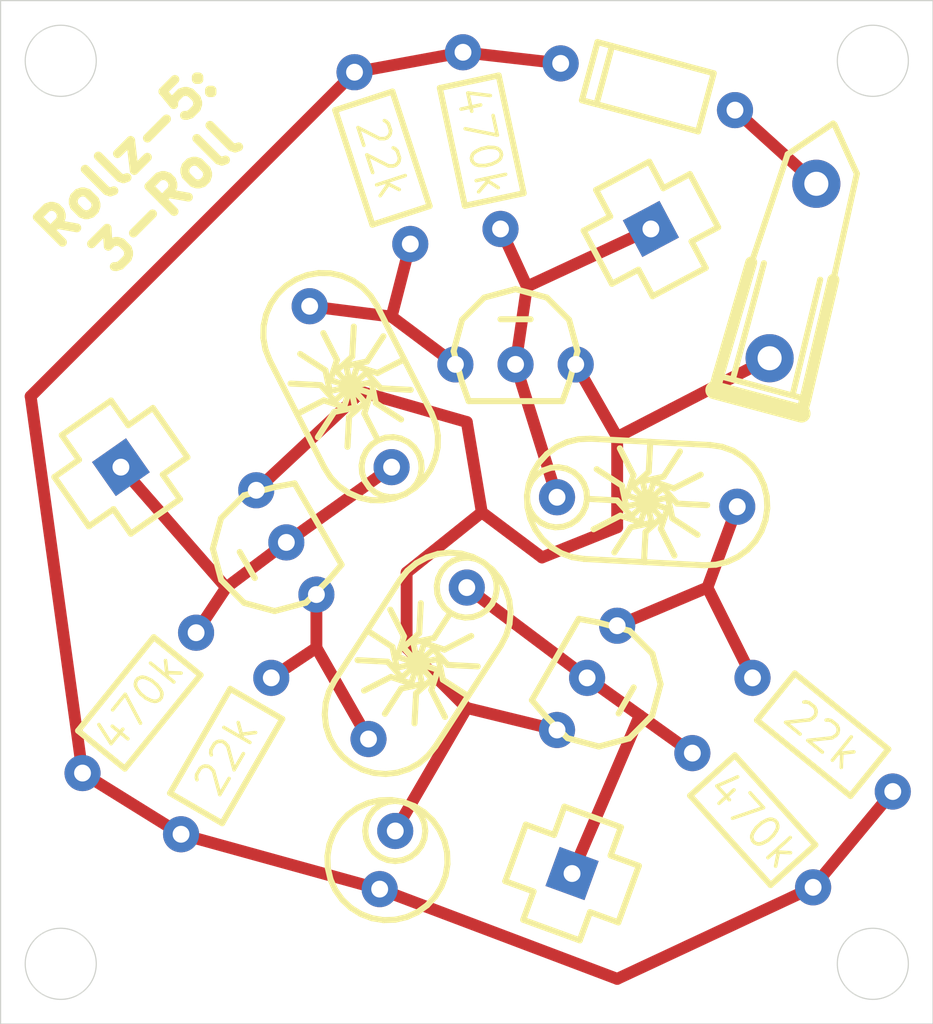
<source format=kicad_pcb>
(kicad_pcb (version 20240108) (generator "pcbnew") (generator_version "8.0")
  (layers (0 "F.Cu" signal) (31 "B.Cu" signal) (34 "B.Paste" user) (35 "F.Paste" user) (36 "B.SilkS" user "B.Silkscreen") (37 "F.SilkS" user "F.Silkscreen") (38 "B.Mask" user) (39 "F.Mask" user) (44 "Edge.Cuts" user))
  (net 0 "")
  (net 1 "+9V")
  (net 2 "GND")
  (net 3 "Net-(Q2-B)")
  (net 4 "Net-(Q1-C)")
  (net 5 "Net-(Q2-C)")
  (net 6 "Net-(Q3-B)")
  (net 7 "Net-(Q3-C)")
  (net 8 "Net-(Q1-B)")
  (net 9 "Net-(BT1-+)")
  (footprint "diy-nabra:wsqout" (layer "F.Cu") (at 40.64 52.07 70)
    (property "Reference" "TP3")
    (property "Value" "TP3" (hide yes))
    (pad "1" thru_hole rect (at 0 0 70) (size 1.7526 1.7526) (drill 0.7112) (layers "*.Cu" "*.Mask") (net 6 "Net-(Q3-B)"))
  )
  (footprint "diy-nabra:qnpn" (layer "F.Cu") (at 38.254089 30.589369 180)
    (property "Reference" "Q1")
    (property "Value" "BC547" (hide yes))
    (pad "1" thru_hole circle (at 2.54 0 180) (size 1.524 1.524) (drill 0.7112) (layers "*.Cu" "*.Mask") (net 4 "Net-(Q1-C)"))
    (pad "2" thru_hole circle (at 0 0 180) (size 1.524 1.524) (drill 0.7112) (layers "*.Cu" "*.Mask") (net 8 "Net-(Q1-B)"))
    (pad "3" thru_hole circle (at -2.54 0 180) (size 1.524 1.524) (drill 0.7112) (layers "*.Cu" "*.Mask") (net 2 "GND"))
  )
  (footprint "diy-nabra:qnpn" (layer "F.Cu") (at 41.275 43.815 60)
    (property "Reference" "Q3")
    (property "Value" "BC547" (hide yes))
    (pad "1" thru_hole circle (at 2.54 0 60) (size 1.524 1.524) (drill 0.7112) (layers "*.Cu" "*.Mask") (net 7 "Net-(Q3-C)"))
    (pad "2" thru_hole circle (at 0 0 60) (size 1.524 1.524) (drill 0.7112) (layers "*.Cu" "*.Mask") (net 6 "Net-(Q3-B)"))
    (pad "3" thru_hole circle (at -2.54 0 60) (size 1.524 1.524) (drill 0.7112) (layers "*.Cu" "*.Mask") (net 2 "GND"))
  )
  (footprint "diy-nabra:cel1" (layer "F.Cu") (at 33.174089 50.274369 -105)
    (property "Reference" "C4")
    (property "Value" "10uF" (hide yes))
    (pad "1" thru_hole circle (at 2.54 0 255) (size 1.524 1.524) (drill 0.7112) (layers "*.Cu" "*.Mask") (net 1 "+9V"))
    (pad "2" thru_hole circle (at 0 0 255) (size 1.524 1.524) (drill 0.7112) (layers "*.Cu" "*.Mask") (net 2 "GND"))
  )
  (footprint "diy-nabra:r3" (layer "F.Cu") (at 27.94 43.815 -120)
    (property "Reference" "R2")
    (property "Value" "22k" (at 3.81 0 60) (layer "F.SilkS") (effects (font (size 1.27 1.27))))
    (pad "1" thru_hole circle (at 7.62 0 240) (size 1.524 1.524) (drill 0.7112) (layers "*.Cu" "*.Mask") (net 1 "+9V"))
    (pad "2" thru_hole circle (at 0 0 240) (size 1.524 1.524) (drill 0.7112) (layers "*.Cu" "*.Mask") (net 5 "Net-(Q2-C)"))
  )
  (footprint "diy-nabra:r3" (layer "F.Cu") (at 45.72 46.99 -48)
    (property "Reference" "R6")
    (property "Value" "470k" (at 3.81 0.000001 132) (layer "F.SilkS") (effects (font (size 1.27 1.27))))
    (pad "1" thru_hole circle (at 7.619999 0 312) (size 1.524 1.524) (drill 0.7112) (layers "*.Cu" "*.Mask") (net 1 "+9V"))
    (pad "2" thru_hole circle (at 0 0 312) (size 1.524 1.524) (drill 0.7112) (layers "*.Cu" "*.Mask") (net 6 "Net-(Q3-B)"))
  )
  (footprint "diy-nabra:chairy" (layer "F.Cu") (at 40.005 36.195 -3)
    (property "Reference" "C3")
    (property "Value" "4.7uF" (hide yes))
    (pad "1" thru_hole circle (at 7.62 -0.000001 357) (size 1.524 1.524) (drill 0.7112) (layers "*.Cu" "*.Mask") (net 7 "Net-(Q3-C)"))
    (pad "2" thru_hole circle (at 0 0 357) (size 1.524 1.524) (drill 0.7112) (layers "*.Cu" "*.Mask") (net 8 "Net-(Q1-B)"))
  )
  (footprint "diy-nabra:do3" (layer "F.Cu") (at 40.159089 17.889369 -15)
    (property "Reference" "D1")
    (property "Value" "1N4001" (hide yes))
    (pad "1" thru_hole circle (at 0 0 345) (size 1.524 1.524) (drill 0.7112) (layers "*.Cu" "*.Mask") (net 1 "+9V"))
    (pad "2" thru_hole circle (at 7.62 0 345) (size 1.524 1.524) (drill 0.7112) (layers "*.Cu" "*.Mask") (net 9 "Net-(BT1-+)"))
  )
  (footprint "diy-nabra:chairy" (layer "F.Cu") (at 36.195 40.005 -123)
    (property "Reference" "C2")
    (property "Value" "2.2nF" (hide yes))
    (pad "1" thru_hole circle (at 7.62 -0.000001 237) (size 1.524 1.524) (drill 0.7112) (layers "*.Cu" "*.Mask") (net 5 "Net-(Q2-C)"))
    (pad "2" thru_hole circle (at 0 0 237) (size 1.524 1.524) (drill 0.7112) (layers "*.Cu" "*.Mask") (net 6 "Net-(Q3-B)"))
  )
  (footprint "diy-nabra:qnpn" (layer "F.Cu") (at 28.575 38.1 -60)
    (property "Reference" "Q2")
    (property "Value" "BC547" (hide yes))
    (pad "1" thru_hole circle (at 2.54 0 300) (size 1.524 1.524) (drill 0.7112) (layers "*.Cu" "*.Mask") (net 5 "Net-(Q2-C)"))
    (pad "2" thru_hole circle (at 0 0 300) (size 1.524 1.524) (drill 0.7112) (layers "*.Cu" "*.Mask") (net 3 "Net-(Q2-B)"))
    (pad "3" thru_hole circle (at -2.54 0 300) (size 1.524 1.524) (drill 0.7112) (layers "*.Cu" "*.Mask") (net 2 "GND"))
  )
  (footprint "diy-nabra:r3" (layer "F.Cu") (at 24.765 41.91 -129)
    (property "Reference" "R5")
    (property "Value" "470k" (at 3.810001 0 51) (layer "F.SilkS") (effects (font (size 1.27 1.27))))
    (pad "1" thru_hole circle (at 7.62 0.000001 231) (size 1.524 1.524) (drill 0.7112) (layers "*.Cu" "*.Mask") (net 1 "+9V"))
    (pad "2" thru_hole circle (at 0 0 231) (size 1.524 1.524) (drill 0.7112) (layers "*.Cu" "*.Mask") (net 3 "Net-(Q2-B)"))
  )
  (footprint "diy-nabra:r3" (layer "F.Cu") (at 33.809089 25.509369 108)
    (property "Reference" "R1")
    (property "Value" "22k" (at 3.81 0 108) (layer "F.SilkS") (effects (font (size 1.27 1.27))))
    (pad "1" thru_hole circle (at 7.62 0.000001 108) (size 1.524 1.524) (drill 0.7112) (layers "*.Cu" "*.Mask") (net 1 "+9V"))
    (pad "2" thru_hole circle (at 0 0 108) (size 1.524 1.524) (drill 0.7112) (layers "*.Cu" "*.Mask") (net 4 "Net-(Q1-C)"))
  )
  (footprint "diy-nabra:chairy" (layer "F.Cu") (at 33.02 34.925 117)
    (property "Reference" "C1")
    (property "Value" "10uF" (hide yes))
    (pad "1" thru_hole circle (at 7.62 0 117) (size 1.524 1.524) (drill 0.7112) (layers "*.Cu" "*.Mask") (net 4 "Net-(Q1-C)"))
    (pad "2" thru_hole circle (at 0 0 117) (size 1.524 1.524) (drill 0.7112) (layers "*.Cu" "*.Mask") (net 3 "Net-(Q2-B)"))
  )
  (footprint "diy-nabra:r3" (layer "F.Cu") (at 48.26 43.815 -39)
    (property "Reference" "R3")
    (property "Value" "22k" (at 3.81 0 141) (layer "F.SilkS") (effects (font (size 1.27 1.27))))
    (pad "1" thru_hole circle (at 7.62 -0.000001 321) (size 1.524 1.524) (drill 0.7112) (layers "*.Cu" "*.Mask") (net 1 "+9V"))
    (pad "2" thru_hole circle (at 0 0 321) (size 1.524 1.524) (drill 0.7112) (layers "*.Cu" "*.Mask") (net 7 "Net-(Q3-C)"))
  )
  (footprint "diy-nabra:r3" (layer "F.Cu") (at 37.619089 24.874369 102)
    (property "Reference" "R4")
    (property "Value" "470k" (at 3.81 -0.000002 102) (layer "F.SilkS") (effects (font (size 1.27 1.27))))
    (pad "1" thru_hole circle (at 7.62 0 102) (size 1.524 1.524) (drill 0.7112) (layers "*.Cu" "*.Mask") (net 1 "+9V"))
    (pad "2" thru_hole circle (at 0 0 102) (size 1.524 1.524) (drill 0.7112) (layers "*.Cu" "*.Mask") (net 8 "Net-(Q1-B)"))
  )
  (footprint "diy-nabra:wobelisk" (layer "F.Cu") (at 48.981888 30.329724 75)
    (property "Reference" "BT1")
    (property "Value" "Battery" (hide yes))
    (pad "1" thru_hole circle (at 7.62 0 75) (size 2.032 2.032) (drill 1.016) (layers "*.Cu" "*.Mask") (net 9 "Net-(BT1-+)"))
    (pad "2" thru_hole circle (at 0 0 75) (size 2.032 2.032) (drill 1.016) (layers "*.Cu" "*.Mask") (net 2 "GND"))
  )
  (footprint "diy-nabra:wsqout" (layer "F.Cu") (at 21.59 34.925 35)
    (property "Reference" "TP2")
    (property "Value" "TP2" (hide yes))
    (pad "1" thru_hole rect (at 0 0 35) (size 1.7526 1.7526) (drill 0.7112) (layers "*.Cu" "*.Mask") (net 3 "Net-(Q2-B)"))
  )
  (footprint "diy-nabra:wsqout" (layer "F.Cu") (at 43.969089 24.874369 28)
    (property "Reference" "TP1")
    (property "Value" "TP1" (hide yes))
    (pad "1" thru_hole rect (at 0 0 28) (size 1.7526 1.7526) (drill 0.7112) (layers "*.Cu" "*.Mask") (net 8 "Net-(Q1-B)"))
  )
  (gr_circle (center 53.34 17.78) (end 54.84 17.78) (stroke (width 0.05)) (fill none) (layer "Edge.Cuts"))
  (gr_circle (center 19.05 55.88) (end 20.55 55.88) (stroke (width 0.05)) (fill none) (layer "Edge.Cuts"))
  (gr_rect (start 16.51 15.24) (end 55.88 58.42) (stroke (width 0.05)) (fill none) (layer "Edge.Cuts"))
  (gr_circle (center 19.05 17.78) (end 20.55 17.78) (stroke (width 0.05)) (fill none) (layer "Edge.Cuts"))
  (gr_circle (center 53.34 55.88) (end 54.84 55.88) (stroke (width 0.05)) (fill none) (layer "Edge.Cuts"))
  (gr_text "Rollz-5:\n3-Roll" (at 24.13 24.13 45) (layer "F.SilkS") (effects (font (size 1.5 1.5) (thickness 0.375) (bold yes)) (justify bottom)))
  (segment (start 50.818775 52.652763) (end 54.181853 48.610421) (width 0.5) (layer "F.Cu") (net 1))
  (segment (start 19.969578 47.831852) (end 24.13 50.414113) (width 0.5) (layer "F.Cu") (net 1))
  (segment (start 32.516689 52.727821) (end 42.545 56.515) (width 0.5) (layer "F.Cu") (net 1))
  (segment (start 19.969578 47.831852) (end 17.78 31.936698) (width 0.5) (layer "F.Cu") (net 1))
  (segment (start 40.159089 17.889369) (end 36.034802 17.420884) (width 0.5) (layer "F.Cu") (net 1))
  (segment (start 36.034802 17.420884) (end 31.45438 18.262318) (width 0.5) (layer "F.Cu") (net 1))
  (segment (start 24.13 50.414113) (end 32.516689 52.727821) (width 0.5) (layer "F.Cu") (net 1))
  (segment (start 31.45438 18.262318) (end 17.78 31.936698) (width 0.5) (layer "F.Cu") (net 1))
  (segment (start 42.545 56.515) (end 50.818775 52.652763) (width 0.5) (layer "F.Cu") (net 1))
  (segment (start 36.195 33.02) (end 31.75 31.75) (width 0.5) (layer "F.Cu") (net 2))
  (segment (start 42.545 33.655) (end 42.545 37.465) (width 0.5) (layer "F.Cu") (net 2))
  (segment (start 36.83 36.83) (end 36.195 33.02) (width 0.5) (layer "F.Cu") (net 2))
  (segment (start 33.655 39.37) (end 33.655 42.545) (width 0.5) (layer "F.Cu") (net 2))
  (segment (start 36.195 45.085) (end 40.005 46.014705) (width 0.5) (layer "F.Cu") (net 2))
  (segment (start 33.174089 50.274369) (end 36.195 45.085) (width 0.5) (layer "F.Cu") (net 2))
  (segment (start 42.545 37.465) (end 39.37 38.735) (width 0.5) (layer "F.Cu") (net 2))
  (segment (start 40.794089 30.589369) (end 42.545 33.655) (width 0.5) (layer "F.Cu") (net 2))
  (segment (start 31.75 31.75) (end 27.305 35.900295) (width 0.5) (layer "F.Cu") (net 2))
  (segment (start 33.655 42.545) (end 36.195 45.085) (width 0.5) (layer "F.Cu") (net 2))
  (segment (start 42.545 33.655) (end 48.981888 30.329724) (width 0.5) (layer "F.Cu") (net 2))
  (segment (start 36.83 36.83) (end 33.655 39.37) (width 0.5) (layer "F.Cu") (net 2))
  (segment (start 39.37 38.735) (end 36.83 36.83) (width 0.5) (layer "F.Cu") (net 2))
  (segment (start 26.035 40.005) (end 21.59 34.925) (width 0.5) (layer "F.Cu") (net 3))
  (segment (start 28.575 38.1) (end 33.02 34.925) (width 0.5) (layer "F.Cu") (net 3))
  (segment (start 26.035 40.005) (end 24.765 41.91) (width 0.5) (layer "F.Cu") (net 3))
  (segment (start 26.035 40.005) (end 28.575 38.1) (width 0.5) (layer "F.Cu") (net 3))
  (segment (start 33.02 28.575) (end 33.809089 25.509369) (width 0.5) (layer "F.Cu") (net 4))
  (segment (start 29.560592 28.13553) (end 33.02 28.575) (width 0.5) (layer "F.Cu") (net 4))
  (segment (start 35.714089 30.589369) (end 33.02 28.575) (width 0.5) (layer "F.Cu") (net 4))
  (segment (start 27.94 43.815) (end 29.845 42.545) (width 0.5) (layer "F.Cu") (net 5))
  (segment (start 29.845 42.545) (end 29.845 40.299705) (width 0.5) (layer "F.Cu") (net 5))
  (segment (start 29.845 42.545) (end 32.044851 46.39567) (width 0.5) (layer "F.Cu") (net 5))
  (segment (start 43.4975 45.4025) (end 45.72 46.99) (width 0.5) (layer "F.Cu") (net 6))
  (segment (start 36.195 40.005) (end 41.275 43.815) (width 0.5) (layer "F.Cu") (net 6))
  (segment (start 41.275 43.815) (end 43.4975 45.4025) (width 0.5) (layer "F.Cu") (net 6))
  (segment (start 40.64 52.07) (end 43.4975 45.4025) (width 0.5) (layer "F.Cu") (net 6))
  (segment (start 42.545 41.615295) (end 46.355 40.005) (width 0.5) (layer "F.Cu") (net 7))
  (segment (start 46.355 40.005) (end 47.614557 36.593799) (width 0.5) (layer "F.Cu") (net 7))
  (segment (start 48.26 43.815) (end 46.355 40.005) (width 0.5) (layer "F.Cu") (net 7))
  (segment (start 38.735 27.305) (end 43.969089 24.874369) (width 0.5) (layer "F.Cu") (net 8))
  (segment (start 38.254089 30.589369) (end 38.735 27.305) (width 0.5) (layer "F.Cu") (net 8))
  (segment (start 38.735 27.305) (end 37.619089 24.874369) (width 0.5) (layer "F.Cu") (net 8))
  (segment (start 40.005 36.195) (end 38.254089 30.589369) (width 0.5) (layer "F.Cu") (net 8))
  (segment (start 50.954089 22.969369) (end 47.519444 19.86157) (width 0.5) (layer "F.Cu") (net 9))
)
</source>
